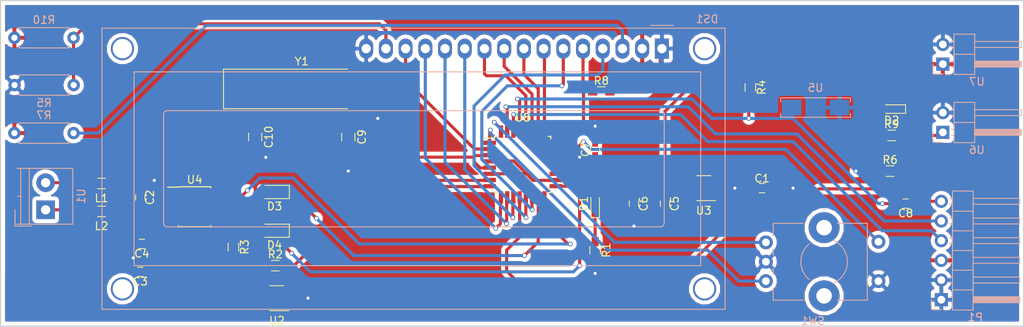
<source format=kicad_pcb>
(kicad_pcb (version 4) (host pcbnew 4.0.7)
  (layers (0 F.Cu signal) (31 B.Cu signal hide) (34 B.Paste user) (35 F.Paste user) (36 B.SilkS user) (37 F.SilkS user) (38 B.Mask user) (39 F.Mask user) (44 Edge.Cuts user))
  (net 0 "")
  (net 1 Vcc)
  (net 2 GND)
  (net 3 "Net-(C2-Pad1)")
  (net 4 "Net-(C2-Pad2)")
  (net 5 3.3V)
  (net 6 5V)
  (net 7 "Net-(C7-Pad1)")
  (net 8 DTR)
  (net 9 "Net-(C8-Pad2)")
  (net 10 "Net-(C9-Pad1)")
  (net 11 "Net-(C10-Pad1)")
  (net 12 "Net-(D1-Pad1)")
  (net 13 "Net-(D2-Pad2)")
  (net 14 "Net-(DS1-Pad3)")
  (net 15 MOSI)
  (net 16 D3)
  (net 17 MISO)
  (net 18 D7)
  (net 19 D6)
  (net 20 D5)
  (net 21 D4)
  (net 22 "Net-(DS1-Pad15)")
  (net 23 "Net-(L1-Pad2)")
  (net 24 "Net-(L2-Pad2)")
  (net 25 "Net-(D3-Pad2)")
  (net 26 "Net-(D4-Pad2)")
  (net 27 SSR)
  (net 28 A0)
  (net 29 "Net-(U3-Pad5)")
  (net 30 "Net-(U4-Pad8)")
  (net 31 D9)
  (net 32 D10)
  (net 33 A6)
  (net 34 A7)
  (net 35 A1)
  (net 36 A2)
  (net 37 A3)
  (net 38 A4)
  (net 39 A5)
  (net 40 RX1)
  (net 41 TX0)
  (net 42 D2)
  (net 43 "Net-(U2-Pad5)")
  (net 44 SCK)
  (module Capacitors_SMD:C_0603_HandSoldering (layer F.Cu) (at 184.5 111)
    (fp_text reference C1 (at 0 -1.25) (layer F.SilkS))
    (fp_text value 10μF)
    (pad 1 smd rect (at -0.95 0) (size 1.2 0.75) (layers F.Cu F.Paste F.Mask) (net 1 Vcc))
    (pad 2 smd rect (at 0.95 0) (size 1.2 0.75) (layers F.Cu F.Paste F.Mask) (net 2 GND))
  )
  (module Capacitors_SMD:C_0603_HandSoldering (layer F.Cu) (at 104.4 112.2 270)
    (fp_text reference C2 (at 0 -1.25 270) (layer F.SilkS))
    (fp_text value 10nF)
    (pad 1 smd rect (at -0.95 0 270) (size 1.2 0.75) (layers F.Cu F.Paste F.Mask) (net 3 "Net-(C2-Pad1)"))
    (pad 2 smd rect (at 0.95 0 270) (size 1.2 0.75) (layers F.Cu F.Paste F.Mask) (net 4 "Net-(C2-Pad2)"))
  )
  (module Capacitors_SMD:C_0603_HandSoldering (layer F.Cu) (at 104.4 121.8 180)
    (fp_text reference C3 (at 0 -1.25 180) (layer F.SilkS))
    (fp_text value 10μF)
    (pad 1 smd rect (at -0.95 0 180) (size 1.2 0.75) (layers F.Cu F.Paste F.Mask) (net 5 3.3V))
    (pad 2 smd rect (at 0.95 0 180) (size 1.2 0.75) (layers F.Cu F.Paste F.Mask) (net 2 GND))
  )
  (module Capacitors_SMD:C_0603_HandSoldering (layer F.Cu) (at 104.6 118.2 180)
    (fp_text reference C4 (at 0 -1.25 180) (layer F.SilkS))
    (fp_text value 10μF)
    (pad 1 smd rect (at -0.95 0 180) (size 1.2 0.75) (layers F.Cu F.Paste F.Mask) (net 5 3.3V))
    (pad 2 smd rect (at 0.95 0 180) (size 1.2 0.75) (layers F.Cu F.Paste F.Mask) (net 2 GND))
  )
  (module Capacitors_SMD:C_0603_HandSoldering (layer F.Cu) (at 172 113 270)
    (fp_text reference C5 (at 0 -1.25 270) (layer F.SilkS))
    (fp_text value 10μF)
    (pad 1 smd rect (at -0.95 0 270) (size 1.2 0.75) (layers F.Cu F.Paste F.Mask) (net 6 5V))
    (pad 2 smd rect (at 0.95 0 270) (size 1.2 0.75) (layers F.Cu F.Paste F.Mask) (net 2 GND))
  )
  (module Capacitors_SMD:C_0603_HandSoldering (layer F.Cu) (at 168 113 270)
    (fp_text reference C6 (at 0 -1.25 270) (layer F.SilkS))
    (fp_text value 0.1μF)
    (pad 1 smd rect (at -0.95 0 270) (size 1.2 0.75) (layers F.Cu F.Paste F.Mask) (net 6 5V))
    (pad 2 smd rect (at 0.95 0 270) (size 1.2 0.75) (layers F.Cu F.Paste F.Mask) (net 2 GND))
  )
  (module Capacitors_SMD:C_0603_HandSoldering (layer F.Cu) (at 163 106 90)
    (fp_text reference C7 (at 0 -1.25 90) (layer F.SilkS))
    (fp_text value 0.1μF)
    (pad 1 smd rect (at -0.95 0 90) (size 1.2 0.75) (layers F.Cu F.Paste F.Mask) (net 7 "Net-(C7-Pad1)"))
    (pad 2 smd rect (at 0.95 0 90) (size 1.2 0.75) (layers F.Cu F.Paste F.Mask) (net 2 GND))
  )
  (module Capacitors_SMD:C_0603_HandSoldering (layer F.Cu) (at 203 113 180)
    (fp_text reference C8 (at 0 -1.25 180) (layer F.SilkS))
    (fp_text value 0.1μF)
    (pad 1 smd rect (at -0.95 0 180) (size 1.2 0.75) (layers F.Cu F.Paste F.Mask) (net 8 DTR))
    (pad 2 smd rect (at 0.95 0 180) (size 1.2 0.75) (layers F.Cu F.Paste F.Mask) (net 9 "Net-(C8-Pad2)"))
  )
  (module Capacitors_SMD:C_0805_HandSoldering (layer F.Cu) (at 131.2 104.4 270)
    (fp_text reference C9 (at 0 -1.75 270) (layer F.SilkS))
    (fp_text value 18pF)
    (pad 1 smd rect (at -1.25 0 270) (size 1.5 1.25) (layers F.Cu F.Paste F.Mask) (net 10 "Net-(C9-Pad1)"))
    (pad 2 smd rect (at 1.25 0 270) (size 1.5 1.25) (layers F.Cu F.Paste F.Mask) (net 2 GND))
  )
  (module Capacitors_SMD:C_0805_HandSoldering (layer F.Cu) (at 119.2 104.4 270)
    (fp_text reference C10 (at 0 -1.75 270) (layer F.SilkS))
    (fp_text value 18pF)
    (pad 1 smd rect (at -1.25 0 270) (size 1.5 1.25) (layers F.Cu F.Paste F.Mask) (net 11 "Net-(C10-Pad1)"))
    (pad 2 smd rect (at 1.25 0 270) (size 1.5 1.25) (layers F.Cu F.Paste F.Mask) (net 2 GND))
  )
  (module LEDs:LED_0603_HandSoldering (layer F.Cu) (at 163 113 90)
    (fp_text reference D1 (at 0 -1.45 90) (layer F.SilkS))
    (fp_text value LED)
    (pad 1 smd rect (at -1.1 0 90) (size 1.2 0.9) (layers F.Cu F.Paste F.Mask) (net 12 "Net-(D1-Pad1)"))
    (pad 2 smd rect (at 1.1 0 90) (size 1.2 0.9) (layers F.Cu F.Paste F.Mask) (net 6 5V))
  )
  (module LEDs:LED_0603_HandSoldering (layer F.Cu) (at 201.2 100.8 180)
    (fp_text reference D2 (at 0 -1.45 180) (layer F.SilkS))
    (fp_text value LED)
    (pad 1 smd rect (at -1.1 0 180) (size 1.2 0.9) (layers F.Cu F.Paste F.Mask) (net 2 GND))
    (pad 2 smd rect (at 1.1 0 180) (size 1.2 0.9) (layers F.Cu F.Paste F.Mask) (net 13 "Net-(D2-Pad2)"))
  )
  (module Displays:WC1602A (layer B.Cu) (at 171.6 93 180)
    (fp_text reference DS1 (at -5.82 3.81 180) (layer B.SilkS) (effects (justify mirror)))
    (fp_text value WC1602A)
    (pad 1 thru_hole rect (at 0 0 180) (size 1.8 2.6) (drill 1.2) (layers *.Cu *.Mask) (net 2 GND))
    (pad 2 thru_hole oval (at 2.54 0 180) (size 1.8 2.6) (drill 1.2) (layers *.Cu *.Mask) (net 1 Vcc))
    (pad 3 thru_hole oval (at 5.08 0 180) (size 1.8 2.6) (drill 1.2) (layers *.Cu *.Mask) (net 14 "Net-(DS1-Pad3)"))
    (pad 4 thru_hole oval (at 7.62 0 180) (size 1.8 2.6) (drill 1.2) (layers *.Cu *.Mask) (net 31 D9))
    (pad 5 thru_hole oval (at 10.16 0 180) (size 1.8 2.6) (drill 1.2) (layers *.Cu *.Mask) (net 35 A1))
    (pad 6 thru_hole oval (at 12.7 0 180) (size 1.8 2.6) (drill 1.2) (layers *.Cu *.Mask) (net 32 D10))
    (pad 7 thru_hole oval (at 15.24 0 180) (size 1.8 2.6) (drill 1.2) (layers *.Cu *.Mask) (net 36 A2))
    (pad 8 thru_hole oval (at 17.78 0 180) (size 1.8 2.6) (drill 1.2) (layers *.Cu *.Mask) (net 37 A3))
    (pad 9 thru_hole oval (at 20.32 0 180) (size 1.8 2.6) (drill 1.2) (layers *.Cu *.Mask) (net 38 A4))
    (pad 10 thru_hole oval (at 22.86 0 180) (size 1.8 2.6) (drill 1.2) (layers *.Cu *.Mask) (net 39 A5))
    (pad 11 thru_hole oval (at 25.4 0 180) (size 1.8 2.6) (drill 1.2) (layers *.Cu *.Mask) (net 18 D7))
    (pad 12 thru_hole oval (at 27.94 0 180) (size 1.8 2.6) (drill 1.2) (layers *.Cu *.Mask) (net 19 D6))
    (pad 13 thru_hole oval (at 30.48 0 180) (size 1.8 2.6) (drill 1.2) (layers *.Cu *.Mask) (net 20 D5))
    (pad 14 thru_hole oval (at 33.02 0 180) (size 1.8 2.6) (drill 1.2) (layers *.Cu *.Mask) (net 21 D4))
    (pad 15 thru_hole oval (at 35.56 0 180) (size 1.8 2.6) (drill 1.2) (layers *.Cu *.Mask) (net 22 "Net-(DS1-Pad15)"))
    (pad 16 thru_hole oval (at 38.1 0 180) (size 1.8 2.6) (drill 1.2) (layers *.Cu *.Mask) (net 2 GND))
    (pad "" thru_hole circle (at -5.4991 0 180) (size 3 3) (drill 2.5) (layers *.Cu *.Mask))
    (pad "" thru_hole circle (at -5.4991 -31.0007 180) (size 3 3) (drill 2.5) (layers *.Cu *.Mask))
    (pad "" thru_hole circle (at 69.49948 -31.0007 180) (size 3 3) (drill 2.5) (layers *.Cu *.Mask))
    (pad "" thru_hole circle (at 69.5 0 180) (size 3 3) (drill 2.5) (layers *.Cu *.Mask))
  )
  (module Inductors_SMD:L_0603_HandSoldering (layer F.Cu) (at 99.4 110.4 180)
    (fp_text reference L1 (at 0 -1.9 180) (layer F.SilkS))
    (fp_text value Ferrite_Bead_Small)
    (pad 1 smd rect (at -1.1 0 180) (size 1.2 0.9) (layers F.Cu F.Paste F.Mask) (net 3 "Net-(C2-Pad1)"))
    (pad 2 smd rect (at 1.1 0 180) (size 1.2 0.9) (layers F.Cu F.Paste F.Mask) (net 23 "Net-(L1-Pad2)"))
  )
  (module Inductors_SMD:L_0603_HandSoldering (layer F.Cu) (at 99.4 114 180)
    (fp_text reference L2 (at 0 -1.9 180) (layer F.SilkS))
    (fp_text value Ferrite_Bead_Small)
    (pad 1 smd rect (at -1.1 0 180) (size 1.2 0.9) (layers F.Cu F.Paste F.Mask) (net 4 "Net-(C2-Pad2)"))
    (pad 2 smd rect (at 1.1 0 180) (size 1.2 0.9) (layers F.Cu F.Paste F.Mask) (net 24 "Net-(L2-Pad2)"))
  )
  (module Pin_Headers:Pin_Header_Angled_1x06_Pitch2.54mm (layer B.Cu) (at 207.6 125.4)
    (fp_text reference P1 (at 4.385 2.27) (layer B.SilkS) (effects (justify mirror)))
    (fp_text value CONN_01X06)
    (pad 1 thru_hole rect (at 0 0) (size 1.7 1.7) (drill 1) (layers *.Cu *.Mask) (net 2 GND))
    (pad 2 thru_hole oval (at 0 -2.54) (size 1.7 1.7) (drill 1) (layers *.Cu *.Mask) (net 2 GND))
    (pad 3 thru_hole oval (at 0 -5.08) (size 1.7 1.7) (drill 1) (layers *.Cu *.Mask) (net 1 Vcc))
    (pad 4 thru_hole oval (at 0 -7.62) (size 1.7 1.7) (drill 1) (layers *.Cu *.Mask) (net 40 RX1))
    (pad 5 thru_hole oval (at 0 -10.16) (size 1.7 1.7) (drill 1) (layers *.Cu *.Mask) (net 41 TX0))
    (pad 6 thru_hole oval (at 0 -12.7) (size 1.7 1.7) (drill 1) (layers *.Cu *.Mask) (net 8 DTR))
  )
  (module Resistors_SMD:R_0603_HandSoldering (layer F.Cu) (at 163 119 270)
    (fp_text reference R1 (at 0 -1.45 270) (layer F.SilkS))
    (fp_text value 10K)
    (pad 1 smd rect (at -1.1 0 270) (size 1.2 0.9) (layers F.Cu F.Paste F.Mask) (net 12 "Net-(D1-Pad1)"))
    (pad 2 smd rect (at 1.1 0 270) (size 1.2 0.9) (layers F.Cu F.Paste F.Mask) (net 2 GND))
  )
  (module Resistors_SMD:R_0603_HandSoldering (layer F.Cu) (at 121.8 121)
    (fp_text reference R2 (at 0 -1.45) (layer F.SilkS))
    (fp_text value 10K)
    (pad 1 smd rect (at -1.1 0) (size 1.2 0.9) (layers F.Cu F.Paste F.Mask) (net 5 3.3V))
    (pad 2 smd rect (at 1.1 0) (size 1.2 0.9) (layers F.Cu F.Paste F.Mask) (net 25 "Net-(D3-Pad2)"))
  )
  (module Resistors_SMD:R_0603_HandSoldering (layer F.Cu) (at 116.4 118.6 270)
    (fp_text reference R3 (at 0 -1.45 270) (layer F.SilkS))
    (fp_text value 10K)
    (pad 1 smd rect (at -1.1 0 270) (size 1.2 0.9) (layers F.Cu F.Paste F.Mask) (net 26 "Net-(D4-Pad2)"))
    (pad 2 smd rect (at 1.1 0 270) (size 1.2 0.9) (layers F.Cu F.Paste F.Mask) (net 5 3.3V))
  )
  (module Resistors_SMD:R_0603_HandSoldering (layer F.Cu) (at 183 98 270)
    (fp_text reference R4 (at 0 -1.45 270) (layer F.SilkS))
    (fp_text value 10K)
    (pad 1 smd rect (at -1.1 0 270) (size 1.2 0.9) (layers F.Cu F.Paste F.Mask) (net 6 5V))
    (pad 2 smd rect (at 1.1 0 270) (size 1.2 0.9) (layers F.Cu F.Paste F.Mask) (net 9 "Net-(C8-Pad2)"))
  )
  (module Resistors_THT:R_Axial_DIN0207_L6.3mm_D2.5mm_P7.62mm_Horizontal (layer B.Cu) (at 88.2 97.7)
    (fp_text reference R5 (at 3.81 2.31) (layer B.SilkS) (effects (justify mirror)))
    (fp_text value B)
    (pad 1 thru_hole circle (at 0 0) (size 1.6 1.6) (drill 0.8) (layers *.Cu *.Mask) (net 2 GND))
    (pad 2 thru_hole oval (at 7.62 0) (size 1.6 1.6) (drill 0.8) (layers *.Cu *.Mask) (net 22 "Net-(DS1-Pad15)"))
  )
  (module Resistors_SMD:R_0603_HandSoldering (layer F.Cu) (at 201 108.8)
    (fp_text reference R6 (at 0 -1.45) (layer F.SilkS))
    (fp_text value 10K)
    (pad 1 smd rect (at -1.1 0) (size 1.2 0.9) (layers F.Cu F.Paste F.Mask) (net 2 GND))
    (pad 2 smd rect (at 1.1 0) (size 1.2 0.9) (layers F.Cu F.Paste F.Mask) (net 27 SSR))
  )
  (module Resistors_THT:R_Axial_DIN0207_L6.3mm_D2.5mm_P7.62mm_Horizontal (layer B.Cu) (at 95.8 103.9 180)
    (fp_text reference R7 (at 3.81 2.31 180) (layer B.SilkS) (effects (justify mirror)))
    (fp_text value C)
    (pad 1 thru_hole circle (at 0 0 180) (size 1.6 1.6) (drill 0.8) (layers *.Cu *.Mask) (net 14 "Net-(DS1-Pad3)"))
    (pad 2 thru_hole oval (at 7.62 0 180) (size 1.6 1.6) (drill 0.8) (layers *.Cu *.Mask) (net 1 Vcc))
  )
  (module Resistors_SMD:R_0603_HandSoldering (layer F.Cu) (at 163.8 98.6)
    (fp_text reference R8 (at 0 -1.45) (layer F.SilkS))
    (fp_text value 10K)
    (pad 1 smd rect (at -1.1 0) (size 1.2 0.9) (layers F.Cu F.Paste F.Mask) (net 35 A1))
    (pad 2 smd rect (at 1.1 0) (size 1.2 0.9) (layers F.Cu F.Paste F.Mask) (net 2 GND))
  )
  (module Resistors_SMD:R_0603_HandSoldering (layer F.Cu) (at 201.2 104.2)
    (fp_text reference R9 (at 0 -1.45) (layer F.SilkS))
    (fp_text value 330)
    (pad 1 smd rect (at -1.1 0) (size 1.2 0.9) (layers F.Cu F.Paste F.Mask) (net 13 "Net-(D2-Pad2)"))
    (pad 2 smd rect (at 1.1 0) (size 1.2 0.9) (layers F.Cu F.Paste F.Mask) (net 27 SSR))
  )
  (module Resistors_THT:R_Axial_DIN0207_L6.3mm_D2.5mm_P7.62mm_Horizontal (layer B.Cu) (at 95.8 91.6 180)
    (fp_text reference R10 (at 3.81 2.31 180) (layer B.SilkS) (effects (justify mirror)))
    (fp_text value A)
    (pad 1 thru_hole circle (at 0 0 180) (size 1.6 1.6) (drill 0.8) (layers *.Cu *.Mask) (net 22 "Net-(DS1-Pad15)"))
    (pad 2 thru_hole oval (at 7.62 0 180) (size 1.6 1.6) (drill 0.8) (layers *.Cu *.Mask) (net 1 Vcc))
  )
  (module New_Iron_Components:En11_Encoder (layer B.Cu) (at 185 118)
    (fp_text reference SW1 (at 6.05 10.15) (layer B.SilkS) (effects (justify mirror)))
    (fp_text value Rotary_Encoder_Switch)
    (pad 5 thru_hole circle (at 14.5 5) (size 1.8 1.8) (drill 1) (layers *.Cu *.Mask) (net 2 GND))
    (pad 4 thru_hole circle (at 14.5 -0.08) (size 1.8 1.8) (drill 1) (layers *.Cu *.Mask) (net 28 A0))
    (pad 3 thru_hole circle (at 0 5) (size 1.8 1.8) (drill 1) (layers *.Cu *.Mask) (net 16 D3))
    (pad 2 thru_hole circle (at 0 2.5) (size 1.8 1.8) (drill 1) (layers *.Cu *.Mask) (net 2 GND))
    (pad 1 thru_hole circle (at 0 0) (size 1.8 1.8) (drill 1) (layers *.Cu *.Mask) (net 42 D2))
    (pad "" np_thru_hole circle (at 7.5 6.9) (size 4 4) (drill 2) (layers *.Cu *.Mask))
    (pad "" np_thru_hole circle (at 7.5 -1.9) (size 4 4) (drill 2) (layers *.Cu *.Mask))
  )
  (module TerminalBlock_4UCON:TerminalBlock_4UCON_19963_02x3.5mm_Straight (layer B.Cu) (at 92.2 113.8 90)
    (fp_text reference U1 (at 1.75 4.6 90) (layer B.SilkS) (effects (justify mirror)))
    (fp_text value TERM_BLOCK)
    (pad 1 thru_hole rect (at 0 0 90) (size 2.4 2.4) (drill 1.2) (layers *.Cu *.Mask) (net 24 "Net-(L2-Pad2)"))
    (pad 2 thru_hole circle (at 3.5 0 90) (size 2.4 2.4) (drill 1.2) (layers *.Cu *.Mask) (net 23 "Net-(L1-Pad2)"))
  )
  (module TO_SOT_Packages_SMD:SOT-23-5_HandSoldering (layer F.Cu) (at 122 125.2 180)
    (fp_text reference U2 (at 0 -2.9 180) (layer F.SilkS))
    (fp_text value LP2985)
    (pad 3 smd rect (at -1.35 -0.95 180) (size 1.56 0.65) (layers F.Cu F.Paste F.Mask) (net 1 Vcc))
    (pad 2 smd rect (at -1.35 0 180) (size 1.56 0.65) (layers F.Cu F.Paste F.Mask) (net 2 GND))
    (pad 1 smd rect (at -1.35 0.95 180) (size 1.56 0.65) (layers F.Cu F.Paste F.Mask) (net 1 Vcc))
    (pad 5 smd rect (at 1.35 0.95 180) (size 1.56 0.65) (layers F.Cu F.Paste F.Mask) (net 43 "Net-(U2-Pad5)"))
    (pad 4 smd rect (at 1.35 -0.95 180) (size 1.56 0.65) (layers F.Cu F.Paste F.Mask) (net 5 3.3V))
  )
  (module TO_SOT_Packages_SMD:SOT-23-5_HandSoldering (layer F.Cu) (at 177 111 180)
    (fp_text reference U3 (at 0 -2.9 180) (layer F.SilkS))
    (fp_text value MIC5205)
    (pad 1 smd rect (at -1.35 -0.95 180) (size 1.56 0.65) (layers F.Cu F.Paste F.Mask) (net 1 Vcc))
    (pad 2 smd rect (at -1.35 0 180) (size 1.56 0.65) (layers F.Cu F.Paste F.Mask) (net 2 GND))
    (pad 3 smd rect (at -1.35 0.95 180) (size 1.56 0.65) (layers F.Cu F.Paste F.Mask) (net 1 Vcc))
    (pad 4 smd rect (at 1.35 0.95 180) (size 1.56 0.65) (layers F.Cu F.Paste F.Mask) (net 29 "Net-(U3-Pad5)"))
    (pad 5 smd rect (at 1.35 -0.95 180) (size 1.56 0.65) (layers F.Cu F.Paste F.Mask) (net 6 5V))
  )
  (module New_Iron_Components:SOIC-8_3.9x4.9mm_Pitch1.27mm (layer F.Cu) (at 111.4 113.4)
    (fp_text reference U4 (at 0 -3.5) (layer F.SilkS))
    (fp_text value MAX31855)
    (pad 1 smd rect (at -2.7 -1.905) (size 1.55 0.6) (layers F.Cu F.Paste F.Mask) (net 2 GND))
    (pad 2 smd rect (at -2.7 -0.635) (size 1.55 0.6) (layers F.Cu F.Paste F.Mask) (net 3 "Net-(C2-Pad1)"))
    (pad 3 smd rect (at -2.7 0.635) (size 1.55 0.6) (layers F.Cu F.Paste F.Mask) (net 4 "Net-(C2-Pad2)"))
    (pad 4 smd rect (at -2.7 1.905) (size 1.55 0.6) (layers F.Cu F.Paste F.Mask) (net 5 3.3V))
    (pad 5 smd rect (at 2.7 1.905) (size 1.55 0.6) (layers F.Cu F.Paste F.Mask) (net 26 "Net-(D4-Pad2)"))
    (pad 6 smd rect (at 2.7 0.635) (size 1.55 0.6) (layers F.Cu F.Paste F.Mask) (net 25 "Net-(D3-Pad2)"))
    (pad 7 smd rect (at 2.7 -0.635) (size 1.55 0.6) (layers F.Cu F.Paste F.Mask) (net 17 MISO))
    (pad 8 smd rect (at 2.7 -1.905) (size 1.55 0.6) (layers F.Cu F.Paste F.Mask) (net 30 "Net-(U4-Pad8)"))
  )
  (module Buttons_Switches_SMD:SW_SPST_REED_CT05-XXXX-J1 (layer B.Cu) (at 191.4 100.6)
    (fp_text reference U5 (at 0 -2.54) (layer B.SilkS) (effects (justify mirror)))
    (fp_text value Button)
    (pad 2 smd rect (at 3.08 0) (size 2.5 2) (layers B.Cu B.Paste B.Mask) (net 2 GND))
    (pad 1 smd rect (at -3.08 0) (size 2.5 2) (layers B.Cu B.Paste B.Mask) (net 9 "Net-(C8-Pad2)"))
  )
  (module Pin_Headers:Pin_Header_Angled_1x02_Pitch2.54mm (layer B.Cu) (at 207.8 103.8)
    (fp_text reference U6 (at 4.385 2.27) (layer B.SilkS) (effects (justify mirror)))
    (fp_text value PLUG)
    (pad 1 thru_hole rect (at 0 0) (size 1.7 1.7) (drill 1) (layers *.Cu *.Mask) (net 27 SSR))
    (pad 2 thru_hole oval (at 0 -2.54) (size 1.7 1.7) (drill 1) (layers *.Cu *.Mask) (net 2 GND))
  )
  (module Pin_Headers:Pin_Header_Angled_1x02_Pitch2.54mm (layer B.Cu) (at 207.8 95)
    (fp_text reference U7 (at 4.385 2.27) (layer B.SilkS) (effects (justify mirror)))
    (fp_text value PLUG)
    (pad 1 thru_hole rect (at 0 0) (size 1.7 1.7) (drill 1) (layers *.Cu *.Mask) (net 1 Vcc))
    (pad 2 thru_hole oval (at 0 -2.54) (size 1.7 1.7) (drill 1) (layers *.Cu *.Mask) (net 2 GND))
  )
  (module Housings_QFP:TQFP-32_7x7mm_Pitch0.8mm (layer F.Cu) (at 153.67 107.95)
    (fp_text reference U8 (at 0 -6.05) (layer F.SilkS))
    (fp_text value ATMEGA328P-AU)
    (pad 1 smd rect (at -4.25 -2.8) (size 1.6 0.55) (layers F.Cu F.Paste F.Mask) (net 16 D3))
    (pad 2 smd rect (at -4.25 -2) (size 1.6 0.55) (layers F.Cu F.Paste F.Mask) (net 21 D4))
    (pad 3 smd rect (at -4.25 -1.2) (size 1.6 0.55) (layers F.Cu F.Paste F.Mask) (net 2 GND))
    (pad 4 smd rect (at -4.25 -0.4) (size 1.6 0.55) (layers F.Cu F.Paste F.Mask) (net 6 5V))
    (pad 5 smd rect (at -4.25 0.4) (size 1.6 0.55) (layers F.Cu F.Paste F.Mask) (net 2 GND))
    (pad 6 smd rect (at -4.25 1.2) (size 1.6 0.55) (layers F.Cu F.Paste F.Mask) (net 6 5V))
    (pad 7 smd rect (at -4.25 2) (size 1.6 0.55) (layers F.Cu F.Paste F.Mask) (net 10 "Net-(C9-Pad1)"))
    (pad 8 smd rect (at -4.25 2.8) (size 1.6 0.55) (layers F.Cu F.Paste F.Mask) (net 11 "Net-(C10-Pad1)"))
    (pad 9 smd rect (at -2.8 4.25 90) (size 1.6 0.55) (layers F.Cu F.Paste F.Mask) (net 20 D5))
    (pad 10 smd rect (at -2 4.25 90) (size 1.6 0.55) (layers F.Cu F.Paste F.Mask) (net 19 D6))
    (pad 11 smd rect (at -1.2 4.25 90) (size 1.6 0.55) (layers F.Cu F.Paste F.Mask) (net 18 D7))
    (pad 12 smd rect (at -0.4 4.25 90) (size 1.6 0.55) (layers F.Cu F.Paste F.Mask) (net 27 SSR))
    (pad 13 smd rect (at 0.4 4.25 90) (size 1.6 0.55) (layers F.Cu F.Paste F.Mask) (net 31 D9))
    (pad 14 smd rect (at 1.2 4.25 90) (size 1.6 0.55) (layers F.Cu F.Paste F.Mask) (net 32 D10))
    (pad 15 smd rect (at 2 4.25 90) (size 1.6 0.55) (layers F.Cu F.Paste F.Mask) (net 15 MOSI))
    (pad 16 smd rect (at 2.8 4.25 90) (size 1.6 0.55) (layers F.Cu F.Paste F.Mask) (net 17 MISO))
    (pad 17 smd rect (at 4.25 2.8) (size 1.6 0.55) (layers F.Cu F.Paste F.Mask) (net 44 SCK))
    (pad 18 smd rect (at 4.25 2) (size 1.6 0.55) (layers F.Cu F.Paste F.Mask) (net 6 5V))
    (pad 19 smd rect (at 4.25 1.2) (size 1.6 0.55) (layers F.Cu F.Paste F.Mask) (net 33 A6))
    (pad 20 smd rect (at 4.25 0.4) (size 1.6 0.55) (layers F.Cu F.Paste F.Mask) (net 7 "Net-(C7-Pad1)"))
    (pad 21 smd rect (at 4.25 -0.4) (size 1.6 0.55) (layers F.Cu F.Paste F.Mask) (net 2 GND))
    (pad 22 smd rect (at 4.25 -1.2) (size 1.6 0.55) (layers F.Cu F.Paste F.Mask) (net 34 A7))
    (pad 23 smd rect (at 4.25 -2) (size 1.6 0.55) (layers F.Cu F.Paste F.Mask) (net 28 A0))
    (pad 24 smd rect (at 4.25 -2.8) (size 1.6 0.55) (layers F.Cu F.Paste F.Mask) (net 35 A1))
    (pad 25 smd rect (at 2.8 -4.25 90) (size 1.6 0.55) (layers F.Cu F.Paste F.Mask) (net 36 A2))
    (pad 26 smd rect (at 2 -4.25 90) (size 1.6 0.55) (layers F.Cu F.Paste F.Mask) (net 37 A3))
    (pad 27 smd rect (at 1.2 -4.25 90) (size 1.6 0.55) (layers F.Cu F.Paste F.Mask) (net 38 A4))
    (pad 28 smd rect (at 0.4 -4.25 90) (size 1.6 0.55) (layers F.Cu F.Paste F.Mask) (net 39 A5))
    (pad 29 smd rect (at -0.4 -4.25 90) (size 1.6 0.55) (layers F.Cu F.Paste F.Mask) (net 9 "Net-(C8-Pad2)"))
    (pad 30 smd rect (at -1.2 -4.25 90) (size 1.6 0.55) (layers F.Cu F.Paste F.Mask) (net 40 RX1))
    (pad 31 smd rect (at -2 -4.25 90) (size 1.6 0.55) (layers F.Cu F.Paste F.Mask) (net 41 TX0))
    (pad 32 smd rect (at -2.8 -4.25 90) (size 1.6 0.55) (layers F.Cu F.Paste F.Mask) (net 42 D2))
  )
  (module Crystals:Crystal_SMD_HC49-SD_HandSoldering (layer F.Cu) (at 125.2 98.2)
    (fp_text reference Y1 (at 0 -3.55) (layer F.SilkS))
    (fp_text value Crystal)
    (pad 1 smd rect (at -5.9375 0) (size 7.875 2) (layers F.Cu F.Paste F.Mask) (net 11 "Net-(C10-Pad1)"))
    (pad 2 smd rect (at 5.9375 0) (size 7.875 2) (layers F.Cu F.Paste F.Mask) (net 10 "Net-(C9-Pad1)"))
  )
  (module Diodes_SMD:D_SOD-323_HandSoldering (layer F.Cu) (at 121.7 111.5 180)
    (fp_text reference D3 (at 0 -1.85 180) (layer F.SilkS))
    (fp_text value D)
    (pad 1 smd rect (at -1.25 0 180) (size 1 1) (layers F.Cu F.Paste F.Mask) (net 15 MOSI))
    (pad 2 smd rect (at 1.25 0 180) (size 1 1) (layers F.Cu F.Paste F.Mask) (net 25 "Net-(D3-Pad2)"))
  )
  (module Diodes_SMD:D_SOD-323_HandSoldering (layer F.Cu) (at 121.7 116.5 180)
    (fp_text reference D4 (at 0 -1.85 180) (layer F.SilkS))
    (fp_text value D)
    (pad 1 smd rect (at -1.25 0 180) (size 1 1) (layers F.Cu F.Paste F.Mask) (net 44 SCK))
    (pad 2 smd rect (at 1.25 0 180) (size 1 1) (layers F.Cu F.Paste F.Mask) (net 26 "Net-(D4-Pad2)"))
  )
  (gr_line (start 86.4 128.8) (end 86.4 127.2) (angle 90) (layer Edge.Cuts) (width 0.15))
  (gr_line (start 218.2 128.8) (end 86.4 128.8) (angle 90) (layer Edge.Cuts) (width 0.15))
  (gr_line (start 218.2 127.2) (end 218.2 128.8) (angle 90) (layer Edge.Cuts) (width 0.15))
  (gr_line (start 218.2 86.8) (end 218.2 88.2) (angle 90) (layer Edge.Cuts) (width 0.15))
  (gr_line (start 86.4 86.8) (end 218.2 86.8) (angle 90) (layer Edge.Cuts) (width 0.15))
  (gr_line (start 86.4 88.2) (end 86.4 86.8) (angle 90) (layer Edge.Cuts) (width 0.15))
  (gr_line (start 218.2 127.2) (end 218.2 88.2) (angle 90) (layer Edge.Cuts) (width 0.15))
  (gr_line (start 86.4 88.2) (end 86.4 127.2) (angle 90) (layer Edge.Cuts) (width 0.15))
  (segment (start 123.35 126.15) (end 123.4 126.2) (width 0.4) (layer F.Cu) (net 1))
  (segment (start 123.35 124.25) (end 123.4 124.2) (width 0.4) (layer F.Cu) (net 1))
  (segment (start 178.35 110.05) (end 182.6 110.05) (width 0.25) (layer F.Cu) (net 1))
  (segment (start 182.6 110.05) (end 183.55 111) (width 0.25) (layer F.Cu) (net 1))
  (segment (start 183.55 111) (end 183.5 111) (width 0.25) (layer F.Cu) (net 1))
  (segment (start 183.5 111) (end 182.55 111.95) (width 0.25) (layer F.Cu) (net 1))
  (segment (start 182.55 111.95) (end 178.35 111.95) (width 0.25) (layer F.Cu) (net 1))
  (segment (start 172 113.95) (end 172 115.3) (width 0.4) (layer F.Cu) (net 2))
  (via (at 168 115.9) (size 0.6) (drill 0.4) (layers F.Cu B.Cu) (net 2))
  (segment (start 168 115.9) (end 168 113.95) (width 0.4) (layer F.Cu) (net 2))
  (segment (start 171.4 115.9) (end 168 115.9) (width 0.4) (layer F.Cu) (net 2))
  (segment (start 172 115.3) (end 171.4 115.9) (width 0.4) (layer F.Cu) (net 2))
  (via (at 103.5 120) (size 0.6) (drill 0.4) (layers F.Cu B.Cu) (net 2))
  (segment (start 103.5 120) (end 103.65 120) (width 0.4) (layer F.Cu) (net 2))
  (segment (start 103.65 118.2) (end 103.65 120) (width 0.4) (layer F.Cu) (net 2))
  (segment (start 103.65 120) (end 103.65 121.6) (width 0.4) (layer F.Cu) (net 2))
  (segment (start 103.65 121.6) (end 103.45 121.8) (width 0.4) (layer F.Cu) (net 2))
  (segment (start 147.4 107) (end 140 107) (width 0.4) (layer F.Cu) (net 2))
  (via (at 135 102) (size 0.6) (drill 0.4) (layers F.Cu B.Cu) (net 2))
  (segment (start 140 107) (end 135 102) (width 0.4) (layer F.Cu) (net 2))
  (segment (start 171.6 93) (end 171.4 93.2) (width 0.4) (layer F.Cu) (net 2))
  (segment (start 171.4 93.2) (end 171.4 96.8) (width 0.4) (layer F.Cu) (net 2))
  (segment (start 164.9 98.6) (end 168.4 98.6) (width 0.4) (layer F.Cu) (net 2))
  (segment (start 169.6 98.6) (end 171.4 96.8) (width 0.4) (layer F.Cu) (net 2))
  (segment (start 168.4 98.6) (end 169.6 98.6) (width 0.4) (layer F.Cu) (net 2))
  (segment (start 147.4 107.6) (end 147.4 107) (width 0.4) (layer F.Cu) (net 2))
  (segment (start 147.4 107) (end 147.4 106.8) (width 0.4) (layer F.Cu) (net 2))
  (segment (start 149.37 106.8) (end 147.4 106.8) (width 0.4) (layer F.Cu) (net 2))
  (segment (start 148.2 108.4) (end 147.4 107.6) (width 0.4) (layer F.Cu) (net 2))
  (segment (start 148.2 108.4) (end 149.37 108.4) (width 0.4) (layer F.Cu) (net 2))
  (segment (start 149.42 108.35) (end 149.37 108.4) (width 0.4) (layer F.Cu) (net 2))
  (segment (start 149.42 106.75) (end 149.37 106.8) (width 0.4) (layer F.Cu) (net 2))
  (segment (start 199.9 108.8) (end 196.6 108.8) (width 0.4) (layer F.Cu) (net 2))
  (via (at 196.6 108.8) (size 0.6) (drill 0.4) (layers F.Cu B.Cu) (net 2))
  (segment (start 202.3 100.8) (end 202.76 101.26) (width 0.4) (layer F.Cu) (net 2))
  (segment (start 202.76 101.26) (end 207.8 101.26) (width 0.4) (layer F.Cu) (net 2))
  (via (at 120.575 107.025) (size 0.6) (drill 0.4) (layers F.Cu B.Cu) (net 2))
  (segment (start 120.575 107.025) (end 120.6 107) (width 0.4) (layer B.Cu) (net 2))
  (segment (start 119.2 105.65) (end 120.575 107.025) (width 0.4) (layer F.Cu) (net 2))
  (segment (start 123.35 125.2) (end 126 125.2) (width 0.4) (layer F.Cu) (net 2))
  (via (at 126 125.2) (size 0.6) (drill 0.4) (layers F.Cu B.Cu) (net 2))
  (segment (start 108.7 111.495) (end 107.205 110) (width 0.4) (layer F.Cu) (net 2))
  (via (at 106.2 110) (size 0.6) (drill 0.4) (layers F.Cu B.Cu) (net 2))
  (segment (start 107.205 110) (end 106.2 110) (width 0.4) (layer F.Cu) (net 2))
  (segment (start 119.2 105.65) (end 119 105.85) (width 0.25) (layer F.Cu) (net 2))
  (segment (start 131.2 105.65) (end 131.2 108.8) (width 0.4) (layer F.Cu) (net 2))
  (via (at 131.2 108.8) (size 0.6) (drill 0.4) (layers F.Cu B.Cu) (net 2))
  (segment (start 157.92 107.55) (end 160.45 107.55) (width 0.25) (layer F.Cu) (net 2))
  (via (at 161 107) (size 0.6) (drill 0.4) (layers F.Cu B.Cu) (net 2))
  (segment (start 160.45 107.55) (end 161 107) (width 0.25) (layer F.Cu) (net 2))
  (segment (start 185.45 111) (end 188.5 111) (width 0.25) (layer F.Cu) (net 2))
  (via (at 188.5 111) (size 0.6) (drill 0.4) (layers F.Cu B.Cu) (net 2))
  (segment (start 178.35 111) (end 181 111) (width 0.25) (layer F.Cu) (net 2))
  (via (at 181 111) (size 0.6) (drill 0.4) (layers F.Cu B.Cu) (net 2))
  (segment (start 163 105.05) (end 163 103) (width 0.25) (layer F.Cu) (net 2))
  (via (at 163 103) (size 0.6) (drill 0.4) (layers F.Cu B.Cu) (net 2))
  (segment (start 163 120.1) (end 163 122) (width 0.4) (layer F.Cu) (net 2))
  (via (at 163 122) (size 0.6) (drill 0.4) (layers F.Cu B.Cu) (net 2))
  (segment (start 108.7 112.765) (end 108.665 112.8) (width 0.4) (layer F.Cu) (net 3))
  (segment (start 108.665 112.8) (end 107.2 112.8) (width 0.4) (layer F.Cu) (net 3))
  (segment (start 105.6 111.4) (end 105.8 111.4) (width 0.4) (layer F.Cu) (net 3))
  (segment (start 105.8 111.4) (end 107.2 112.8) (width 0.4) (layer F.Cu) (net 3))
  (segment (start 104.55 111.4) (end 105.6 111.4) (width 0.4) (layer F.Cu) (net 3))
  (segment (start 104.4 111.25) (end 104.55 111.4) (width 0.4) (layer F.Cu) (net 3))
  (segment (start 104.4 111.25) (end 103.55 110.4) (width 0.4) (layer F.Cu) (net 3))
  (segment (start 103.55 110.4) (end 100.5 110.4) (width 0.4) (layer F.Cu) (net 3))
  (segment (start 108.7 114.035) (end 108.665 114) (width 0.4) (layer F.Cu) (net 4))
  (segment (start 108.665 114) (end 105.25 114) (width 0.4) (layer F.Cu) (net 4))
  (segment (start 105.25 114) (end 104.4 113.15) (width 0.4) (layer F.Cu) (net 4))
  (segment (start 104.4 113.15) (end 103.55 114) (width 0.4) (layer F.Cu) (net 4))
  (segment (start 103.55 114) (end 100.5 114) (width 0.4) (layer F.Cu) (net 4))
  (segment (start 104.75 112.8) (end 104.4 113.15) (width 0.25) (layer F.Cu) (net 4))
  (segment (start 116.4 119.7) (end 119.4 119.7) (width 0.4) (layer F.Cu) (net 5))
  (segment (start 119.4 119.7) (end 120.7 121) (width 0.4) (layer F.Cu) (net 5))
  (segment (start 105.55 118.2) (end 112 118.2) (width 0.4) (layer F.Cu) (net 5))
  (segment (start 113.5 119.7) (end 116.4 119.7) (width 0.4) (layer F.Cu) (net 5))
  (segment (start 112 118.2) (end 113.5 119.7) (width 0.4) (layer F.Cu) (net 5))
  (segment (start 105.35 121.8) (end 109.7 126.15) (width 0.4) (layer F.Cu) (net 5))
  (segment (start 109.7 126.15) (end 120.65 126.15) (width 0.4) (layer F.Cu) (net 5))
  (segment (start 105.55 118.2) (end 105.35 118.4) (width 0.4) (layer F.Cu) (net 5))
  (segment (start 105.35 118.4) (end 105.35 121.8) (width 0.4) (layer F.Cu) (net 5))
  (segment (start 108.7 115.305) (end 105.805 118.2) (width 0.4) (layer F.Cu) (net 5))
  (segment (start 105.805 118.2) (end 105.55 118.2) (width 0.4) (layer F.Cu) (net 5))
  (segment (start 172 112.05) (end 172 101.1) (width 0.4) (layer F.Cu) (net 6))
  (segment (start 176.2 96.9) (end 183 96.9) (width 0.4) (layer F.Cu) (net 6))
  (segment (start 172 101.1) (end 176.2 96.9) (width 0.4) (layer F.Cu) (net 6))
  (segment (start 175.65 111.95) (end 172.95 111.95) (width 0.4) (layer F.Cu) (net 6))
  (segment (start 172.95 111.95) (end 172 111) (width 0.4) (layer F.Cu) (net 6))
  (segment (start 155 110) (end 154.15 109.15) (width 0.4) (layer F.Cu) (net 6))
  (segment (start 154.15 109.15) (end 149.42 109.15) (width 0.4) (layer F.Cu) (net 6))
  (segment (start 149.42 107.55) (end 149.47 107.5) (width 0.25) (layer F.Cu) (net 6))
  (segment (start 149.47 107.5) (end 152.5 107.5) (width 0.4) (layer F.Cu) (net 6))
  (segment (start 152.5 107.5) (end 155 110) (width 0.4) (layer F.Cu) (net 6))
  (segment (start 155 110) (end 157.87 110) (width 0.4) (layer F.Cu) (net 6))
  (segment (start 157.87 110) (end 157.92 109.95) (width 0.25) (layer F.Cu) (net 6))
  (segment (start 163 111.9) (end 163 111) (width 0.25) (layer F.Cu) (net 6))
  (segment (start 163 111) (end 161.95 109.95) (width 0.4) (layer F.Cu) (net 6))
  (segment (start 161.95 109.95) (end 157.92 109.95) (width 0.4) (layer F.Cu) (net 6))
  (segment (start 168 112.05) (end 168 111) (width 0.25) (layer F.Cu) (net 6))
  (segment (start 168 111) (end 167 110) (width 0.4) (layer F.Cu) (net 6))
  (segment (start 167 110) (end 164 110) (width 0.4) (layer F.Cu) (net 6))
  (segment (start 164 110) (end 163 111) (width 0.4) (layer F.Cu) (net 6))
  (segment (start 172 111) (end 171 110) (width 0.4) (layer F.Cu) (net 6))
  (segment (start 171 110) (end 169 110) (width 0.4) (layer F.Cu) (net 6))
  (segment (start 169 110) (end 168 111) (width 0.4) (layer F.Cu) (net 6))
  (segment (start 172 111) (end 172 112.05) (width 0.25) (layer F.Cu) (net 6))
  (segment (start 157.92 108.35) (end 161.6 108.35) (width 0.25) (layer F.Cu) (net 7))
  (segment (start 161.6 108.35) (end 163 106.95) (width 0.25) (layer F.Cu) (net 7))
  (segment (start 207.6 112.7) (end 204.25 112.7) (width 0.4) (layer F.Cu) (net 8))
  (segment (start 204.25 112.7) (end 203.95 113) (width 0.4) (layer F.Cu) (net 8))
  (segment (start 188.45 101.95) (end 188.45 100.73) (width 0.4) (layer B.Cu) (net 9))
  (segment (start 188.45 100.73) (end 188.32 100.6) (width 0.4) (layer B.Cu) (net 9))
  (segment (start 187.16 101.76) (end 188.26 101.76) (width 0.4) (layer B.Cu) (net 9))
  (segment (start 188.26 101.76) (end 188.45 101.95) (width 0.4) (layer B.Cu) (net 9))
  (segment (start 188.45 101.95) (end 188.7 102.2) (width 0.4) (layer B.Cu) (net 9))
  (segment (start 189.5 103) (end 188.7 102.2) (width 0.4) (layer B.Cu) (net 9))
  (segment (start 200 113) (end 199.5 113) (width 0.4) (layer B.Cu) (net 9))
  (segment (start 197.5 111) (end 189.5 103) (width 0.4) (layer B.Cu) (net 9))
  (via (at 200 113) (size 0.6) (drill 0.4) (layers F.Cu B.Cu) (net 9))
  (segment (start 202.05 113) (end 200 113) (width 0.4) (layer F.Cu) (net 9))
  (segment (start 199.5 113) (end 197.5 111) (width 0.4) (layer B.Cu) (net 9))
  (segment (start 188.7 102.2) (end 188.5 102) (width 0.4) (layer B.Cu) (net 9))
  (segment (start 178 102) (end 175.5 99.5) (width 0.4) (layer B.Cu) (net 9))
  (segment (start 175.5 99.5) (end 153 99.5) (width 0.4) (layer B.Cu) (net 9))
  (via (at 153 99.5) (size 0.6) (drill 0.4) (layers F.Cu B.Cu) (net 9))
  (segment (start 153 99.5) (end 153.27 99.73) (width 0.4) (layer F.Cu) (net 9))
  (segment (start 153.27 103.7) (end 153.27 99.73) (width 0.4) (layer F.Cu) (net 9))
  (segment (start 188.5 102) (end 178 102) (width 0.4) (layer B.Cu) (net 9))
  (segment (start 183 99.1) (end 182.8 99.3) (width 0.4) (layer F.Cu) (net 9))
  (segment (start 182.8 99.3) (end 182.8 102) (width 0.4) (layer F.Cu) (net 9))
  (via (at 182.8 102) (size 0.6) (drill 0.4) (layers F.Cu B.Cu) (net 9))
  (segment (start 188.32 100.6) (end 187.16 101.76) (width 0.4) (layer B.Cu) (net 9))
  (segment (start 187.16 101.76) (end 186.92 102) (width 0.4) (layer B.Cu) (net 9))
  (segment (start 186.92 102) (end 182.8 102) (width 0.4) (layer B.Cu) (net 9))
  (segment (start 149.42 109.95) (end 149.37 110) (width 0.25) (layer F.Cu) (net 10))
  (segment (start 149.37 110) (end 139.8 110) (width 0.4) (layer F.Cu) (net 10))
  (segment (start 131.25 103.2) (end 133 103.2) (width 0.4) (layer F.Cu) (net 10))
  (segment (start 133 103.2) (end 139.8 110) (width 0.4) (layer F.Cu) (net 10))
  (segment (start 131.2 103.15) (end 131.25 103.2) (width 0.25) (layer F.Cu) (net 10))
  (segment (start 131.2 103.15) (end 131.1375 103.0875) (width 0.25) (layer F.Cu) (net 10))
  (segment (start 131.1375 103.0875) (end 131.1375 98.2) (width 0.4) (layer F.Cu) (net 10))
  (segment (start 149.42 110.75) (end 149.37 110.8) (width 0.25) (layer F.Cu) (net 11))
  (segment (start 149.37 110.8) (end 130.4 110.8) (width 0.4) (layer F.Cu) (net 11))
  (segment (start 122.2 103.2) (end 122.8 103.2) (width 0.4) (layer F.Cu) (net 11))
  (segment (start 122.8 103.2) (end 130 110.4) (width 0.4) (layer F.Cu) (net 11))
  (segment (start 119.25 103.2) (end 122.2 103.2) (width 0.4) (layer F.Cu) (net 11))
  (segment (start 130.4 110.8) (end 130 110.4) (width 0.4) (layer F.Cu) (net 11))
  (segment (start 119.2 103.15) (end 119.25 103.2) (width 0.25) (layer F.Cu) (net 11))
  (segment (start 119.2 103.15) (end 119.2625 103.0875) (width 0.25) (layer F.Cu) (net 11))
  (segment (start 119.2625 103.0875) (end 119.2625 98.2) (width 0.4) (layer F.Cu) (net 11))
  (segment (start 163 114.1) (end 163 117.9) (width 0.4) (layer F.Cu) (net 12))
  (segment (start 200.1 104.2) (end 200.1 100.8) (width 0.4) (layer F.Cu) (net 13))
  (segment (start 95.8 103.9) (end 99 103.9) (width 0.4) (layer B.Cu) (net 14))
  (segment (start 166.52 90.72) (end 166.52 93) (width 0.4) (layer B.Cu) (net 14))
  (segment (start 165.8 90) (end 166.52 90.72) (width 0.4) (layer B.Cu) (net 14))
  (segment (start 112.9 90) (end 165.8 90) (width 0.4) (layer B.Cu) (net 14))
  (segment (start 99 103.9) (end 112.9 90) (width 0.4) (layer B.Cu) (net 14))
  (segment (start 122.95 111.5) (end 123.7 111.5) (width 0.4) (layer F.Cu) (net 15))
  (segment (start 155.67 117.93) (end 155.67 112.2) (width 0.4) (layer F.Cu) (net 15))
  (segment (start 153.9 119.7) (end 155.67 117.93) (width 0.4) (layer F.Cu) (net 15))
  (via (at 153.9 119.7) (size 0.6) (drill 0.4) (layers F.Cu B.Cu) (net 15))
  (segment (start 131.9 119.7) (end 153.9 119.7) (width 0.4) (layer B.Cu) (net 15))
  (segment (start 127.1 114.9) (end 131.9 119.7) (width 0.4) (layer B.Cu) (net 15))
  (via (at 127.1 114.9) (size 0.6) (drill 0.4) (layers F.Cu B.Cu) (net 15))
  (segment (start 123.7 111.5) (end 127.1 114.9) (width 0.4) (layer F.Cu) (net 15))
  (segment (start 155.67 112.2) (end 155.6 112.27) (width 0.4) (layer F.Cu) (net 15))
  (segment (start 185 123) (end 181.5 123) (width 0.4) (layer B.Cu) (net 16))
  (segment (start 149.42 103.58) (end 149.42 105.15) (width 0.4) (layer F.Cu) (net 16))
  (segment (start 149.5 103.5) (end 149.42 103.58) (width 0.4) (layer F.Cu) (net 16))
  (via (at 149.5 103.5) (size 0.6) (drill 0.4) (layers F.Cu B.Cu) (net 16))
  (segment (start 149.5 103.899998) (end 149.5 103.5) (width 0.4) (layer B.Cu) (net 16))
  (segment (start 164.600002 119) (end 149.5 103.899998) (width 0.4) (layer B.Cu) (net 16))
  (segment (start 177.5 119) (end 164.600002 119) (width 0.4) (layer B.Cu) (net 16))
  (segment (start 181.5 123) (end 177.5 119) (width 0.4) (layer B.Cu) (net 16))
  (segment (start 149.42 105.15) (end 149.37 105.2) (width 0.4) (layer F.Cu) (net 16))
  (segment (start 159.8 118.2) (end 159.5 118.2) (width 0.4) (layer F.Cu) (net 17))
  (segment (start 116.735 112.765) (end 118.2 111.3) (width 0.4) (layer F.Cu) (net 17))
  (via (at 118.2 111.3) (size 0.6) (drill 0.4) (layers F.Cu B.Cu) (net 17))
  (segment (start 118.2 111.3) (end 119.8 109.7) (width 0.4) (layer B.Cu) (net 17))
  (segment (start 119.8 109.7) (end 124.1 109.7) (width 0.4) (layer B.Cu) (net 17))
  (segment (start 124.1 109.7) (end 132.6 118.2) (width 0.4) (layer B.Cu) (net 17))
  (segment (start 132.6 118.2) (end 153.7 118.2) (width 0.4) (layer B.Cu) (net 17))
  (segment (start 153.7 118.2) (end 159.8 118.2) (width 0.4) (layer B.Cu) (net 17))
  (via (at 159.8 118.2) (size 0.6) (drill 0.4) (layers F.Cu B.Cu) (net 17))
  (segment (start 114.1 112.765) (end 116.735 112.765) (width 0.4) (layer F.Cu) (net 17))
  (segment (start 156.47 115.17) (end 156.47 112.2) (width 0.4) (layer F.Cu) (net 17))
  (segment (start 159.5 118.2) (end 156.47 115.17) (width 0.4) (layer F.Cu) (net 17))
  (segment (start 156.47 112.2) (end 156.6 112.33) (width 0.4) (layer F.Cu) (net 17))
  (segment (start 114.1 112.765) (end 114.135 112.8) (width 0.4) (layer F.Cu) (net 17))
  (segment (start 152.4 114.8) (end 146.2 108.6) (width 0.4) (layer B.Cu) (net 18))
  (via (at 152.4 114.8) (size 0.6) (drill 0.4) (layers F.Cu B.Cu) (net 18))
  (segment (start 152.4 112.27) (end 152.4 114.8) (width 0.4) (layer F.Cu) (net 18))
  (segment (start 146.2 108.6) (end 146.2 93) (width 0.4) (layer B.Cu) (net 18))
  (segment (start 152.47 112.2) (end 152.4 112.27) (width 0.4) (layer F.Cu) (net 18))
  (segment (start 151.6 115.6) (end 143.66 107.66) (width 0.4) (layer B.Cu) (net 19))
  (via (at 151.6 115.6) (size 0.6) (drill 0.4) (layers F.Cu B.Cu) (net 19))
  (segment (start 151.6 112.27) (end 151.6 115.6) (width 0.4) (layer F.Cu) (net 19))
  (segment (start 143.66 107.66) (end 143.66 93) (width 0.4) (layer B.Cu) (net 19))
  (segment (start 151.67 112.2) (end 151.6 112.27) (width 0.4) (layer F.Cu) (net 19))
  (segment (start 143.8 93.14) (end 143.66 93) (width 0.4) (layer B.Cu) (net 19))
  (segment (start 150.2 116.2) (end 141.12 107.12) (width 0.4) (layer B.Cu) (net 20))
  (segment (start 150.8 115.6) (end 150.2 116.2) (width 0.4) (layer F.Cu) (net 20))
  (via (at 150.2 116.2) (size 0.6) (drill 0.4) (layers F.Cu B.Cu) (net 20))
  (segment (start 150.8 112.27) (end 150.8 115.6) (width 0.4) (layer F.Cu) (net 20))
  (segment (start 141.12 107.12) (end 141.12 93) (width 0.4) (layer B.Cu) (net 20))
  (segment (start 150.87 112.2) (end 150.8 112.27) (width 0.4) (layer F.Cu) (net 20))
  (segment (start 149.42 105.95) (end 147.45 105.95) (width 0.4) (layer F.Cu) (net 21))
  (segment (start 138.58 97.08) (end 138.58 93) (width 0.4) (layer F.Cu) (net 21))
  (segment (start 147.45 105.95) (end 138.58 97.08) (width 0.4) (layer F.Cu) (net 21))
  (segment (start 95.8 91.6) (end 95.8 97.68) (width 0.4) (layer F.Cu) (net 22))
  (segment (start 95.8 97.68) (end 95.82 97.7) (width 0.4) (layer F.Cu) (net 22))
  (segment (start 95.82 91.62) (end 95.8 91.6) (width 0.4) (layer B.Cu) (net 22))
  (segment (start 95.8 97.8) (end 96 97.6) (width 0.4) (layer F.Cu) (net 22))
  (segment (start 95.8 91.6) (end 97.6 89.8) (width 0.4) (layer F.Cu) (net 22))
  (segment (start 136.04 90.64) (end 136.04 93) (width 0.4) (layer F.Cu) (net 22))
  (segment (start 135.2 89.8) (end 136.04 90.64) (width 0.4) (layer F.Cu) (net 22))
  (segment (start 97.6 89.8) (end 135.2 89.8) (width 0.4) (layer F.Cu) (net 22))
  (segment (start 98.3 110.4) (end 98.2 110.3) (width 0.4) (layer F.Cu) (net 23))
  (segment (start 98.2 110.3) (end 92.2 110.3) (width 0.4) (layer F.Cu) (net 23))
  (segment (start 98.3 114) (end 98.1 113.8) (width 0.4) (layer F.Cu) (net 24))
  (segment (start 98.1 113.8) (end 92.2 113.8) (width 0.4) (layer F.Cu) (net 24))
  (segment (start 122.9 121) (end 124.2 121) (width 0.4) (layer F.Cu) (net 25))
  (segment (start 123.05 114.1) (end 120.45 111.5) (width 0.4) (layer F.Cu) (net 25))
  (segment (start 124.4 114.1) (end 123.05 114.1) (width 0.4) (layer F.Cu) (net 25))
  (segment (start 125.6 115.3) (end 124.4 114.1) (width 0.4) (layer F.Cu) (net 25))
  (segment (start 125.6 119.6) (end 125.6 115.3) (width 0.4) (layer F.Cu) (net 25))
  (segment (start 124.2 121) (end 125.6 119.6) (width 0.4) (layer F.Cu) (net 25))
  (segment (start 114.1 114.035) (end 117.915 114.035) (width 0.4) (layer F.Cu) (net 25))
  (segment (start 117.915 114.035) (end 120.45 111.5) (width 0.4) (layer F.Cu) (net 25))
  (segment (start 120.6 111.1) (end 120.55 111.15) (width 0.4) (layer F.Cu) (net 25))
  (segment (start 114.1 114.035) (end 114.135 114) (width 0.4) (layer F.Cu) (net 25))
  (segment (start 116.4 117.5) (end 119.45 117.5) (width 0.4) (layer F.Cu) (net 26))
  (segment (start 119.45 117.5) (end 120.45 116.5) (width 0.4) (layer F.Cu) (net 26))
  (segment (start 114.1 115.305) (end 116.295 117.5) (width 0.4) (layer F.Cu) (net 26))
  (segment (start 116.295 117.5) (end 116.4 117.5) (width 0.4) (layer F.Cu) (net 26))
  (segment (start 114.1 115.305) (end 114.195 115.4) (width 0.4) (layer F.Cu) (net 26))
  (segment (start 153.27 112.2) (end 153.27 117.33) (width 0.4) (layer F.Cu) (net 27))
  (segment (start 202.1 110.9) (end 202.1 108.8) (width 0.4) (layer F.Cu) (net 27))
  (segment (start 201.9 111.1) (end 202.1 110.9) (width 0.4) (layer F.Cu) (net 27))
  (segment (start 191.8 111.1) (end 201.9 111.1) (width 0.4) (layer F.Cu) (net 27))
  (segment (start 188.7 114.2) (end 191.8 111.1) (width 0.4) (layer F.Cu) (net 27))
  (segment (start 181.8 114.2) (end 188.7 114.2) (width 0.4) (layer F.Cu) (net 27))
  (segment (start 172.4 123.6) (end 181.8 114.2) (width 0.4) (layer F.Cu) (net 27))
  (segment (start 153.5 123.6) (end 172.4 123.6) (width 0.4) (layer F.Cu) (net 27))
  (segment (start 151.6 121.7) (end 153.5 123.6) (width 0.4) (layer F.Cu) (net 27))
  (segment (start 151.6 119) (end 151.6 121.7) (width 0.4) (layer F.Cu) (net 27))
  (segment (start 153.27 117.33) (end 151.6 119) (width 0.4) (layer F.Cu) (net 27))
  (segment (start 202.3 104.2) (end 202.1 104.4) (width 0.4) (layer F.Cu) (net 27))
  (segment (start 202.1 104.4) (end 202.1 108.8) (width 0.4) (layer F.Cu) (net 27))
  (segment (start 207.8 103.8) (end 207.4 104.2) (width 0.4) (layer F.Cu) (net 27))
  (segment (start 207.4 104.2) (end 202.3 104.2) (width 0.4) (layer F.Cu) (net 27))
  (segment (start 157.92 105.95) (end 160.55 105.95) (width 0.4) (layer F.Cu) (net 28))
  (segment (start 187.58 106) (end 199.5 117.92) (width 0.4) (layer B.Cu) (net 28))
  (segment (start 162.5 106) (end 187.58 106) (width 0.4) (layer B.Cu) (net 28))
  (segment (start 161.5 105) (end 162.5 106) (width 0.4) (layer B.Cu) (net 28))
  (via (at 161.5 105) (size 0.6) (drill 0.4) (layers F.Cu B.Cu) (net 28))
  (segment (start 160.55 105.95) (end 161.5 105) (width 0.4) (layer F.Cu) (net 28))
  (segment (start 154.07 112.2) (end 154.07 114.77) (width 0.4) (layer F.Cu) (net 31))
  (segment (start 163.98 95.82) (end 163.98 93) (width 0.4) (layer B.Cu) (net 31))
  (segment (start 163.4 96.4) (end 163.98 95.82) (width 0.4) (layer B.Cu) (net 31))
  (segment (start 151.4 96.4) (end 163.4 96.4) (width 0.4) (layer B.Cu) (net 31))
  (segment (start 147.4 100.4) (end 151.4 96.4) (width 0.4) (layer B.Cu) (net 31))
  (segment (start 147.4 108.1) (end 147.4 100.4) (width 0.4) (layer B.Cu) (net 31))
  (segment (start 154.1 114.8) (end 147.4 108.1) (width 0.4) (layer B.Cu) (net 31))
  (via (at 154.1 114.8) (size 0.6) (drill 0.4) (layers F.Cu B.Cu) (net 31))
  (segment (start 154.07 114.77) (end 154.1 114.8) (width 0.4) (layer F.Cu) (net 31))
  (segment (start 154.07 112.2) (end 154 112.27) (width 0.4) (layer F.Cu) (net 31))
  (segment (start 154.87 112.2) (end 154.87 113.77) (width 0.4) (layer F.Cu) (net 32))
  (segment (start 158.9 97.6) (end 158.9 93) (width 0.4) (layer F.Cu) (net 32))
  (segment (start 158.7 97.8) (end 158.9 97.6) (width 0.4) (layer F.Cu) (net 32))
  (via (at 158.7 97.8) (size 0.6) (drill 0.4) (layers F.Cu B.Cu) (net 32))
  (segment (start 151.7 97.8) (end 158.7 97.8) (width 0.4) (layer B.Cu) (net 32))
  (segment (start 148.4 101.1) (end 151.7 97.8) (width 0.4) (layer B.Cu) (net 32))
  (segment (start 148.4 107.3) (end 148.4 101.1) (width 0.4) (layer B.Cu) (net 32))
  (segment (start 154.9 113.8) (end 148.4 107.3) (width 0.4) (layer B.Cu) (net 32))
  (via (at 154.9 113.8) (size 0.6) (drill 0.4) (layers F.Cu B.Cu) (net 32))
  (segment (start 154.87 113.77) (end 154.9 113.8) (width 0.4) (layer F.Cu) (net 32))
  (segment (start 158.9 93) (end 158.9 94.1) (width 0.4) (layer B.Cu) (net 32))
  (segment (start 154.87 112.2) (end 154.8 112.27) (width 0.4) (layer F.Cu) (net 32))
  (segment (start 157.92 105.15) (end 159.85 105.15) (width 0.4) (layer F.Cu) (net 35))
  (segment (start 161.5 103.5) (end 161.5 97.4) (width 0.4) (layer F.Cu) (net 35))
  (segment (start 159.85 105.15) (end 161.5 103.5) (width 0.4) (layer F.Cu) (net 35))
  (segment (start 162.7 98.6) (end 161.5 97.4) (width 0.4) (layer F.Cu) (net 35))
  (segment (start 161.5 97.4) (end 161.44 97.34) (width 0.4) (layer F.Cu) (net 35))
  (segment (start 161.44 97.34) (end 161.44 93) (width 0.4) (layer F.Cu) (net 35))
  (segment (start 156.47 103.7) (end 156.47 93.11) (width 0.4) (layer F.Cu) (net 36))
  (segment (start 156.47 93.11) (end 156.36 93) (width 0.4) (layer F.Cu) (net 36))
  (segment (start 155.67 103.7) (end 155.67 98.17) (width 0.4) (layer F.Cu) (net 37))
  (segment (start 153.82 96.32) (end 153.82 93) (width 0.4) (layer F.Cu) (net 37))
  (segment (start 155.67 98.17) (end 153.82 96.32) (width 0.4) (layer F.Cu) (net 37))
  (segment (start 154.87 103.7) (end 154.87 98.87) (width 0.4) (layer F.Cu) (net 38))
  (segment (start 151.28 95.28) (end 151.28 93) (width 0.4) (layer F.Cu) (net 38))
  (segment (start 154.87 98.87) (end 151.28 95.28) (width 0.4) (layer F.Cu) (net 38))
  (segment (start 154.07 103.7) (end 154.07 99.07) (width 0.4) (layer F.Cu) (net 39))
  (segment (start 148.74 96.24) (end 148.74 93) (width 0.4) (layer F.Cu) (net 39))
  (segment (start 149 96.5) (end 148.74 96.24) (width 0.4) (layer F.Cu) (net 39))
  (segment (start 151.5 96.5) (end 149 96.5) (width 0.4) (layer F.Cu) (net 39))
  (segment (start 154.07 99.07) (end 151.5 96.5) (width 0.4) (layer F.Cu) (net 39))
  (segment (start 152.47 103.7) (end 152.47 101.53) (width 0.4) (layer F.Cu) (net 40))
  (segment (start 206.32 116.5) (end 207.6 117.78) (width 0.4) (layer B.Cu) (net 40))
  (segment (start 200 116.5) (end 206.32 116.5) (width 0.4) (layer B.Cu) (net 40))
  (segment (start 188.5 105) (end 200 116.5) (width 0.4) (layer B.Cu) (net 40))
  (segment (start 177.5 105) (end 188.5 105) (width 0.4) (layer B.Cu) (net 40))
  (segment (start 174 101.5) (end 177.5 105) (width 0.4) (layer B.Cu) (net 40))
  (segment (start 152.5 101.5) (end 174 101.5) (width 0.4) (layer B.Cu) (net 40))
  (via (at 152.5 101.5) (size 0.6) (drill 0.4) (layers F.Cu B.Cu) (net 40))
  (segment (start 152.47 101.53) (end 152.5 101.5) (width 0.4) (layer F.Cu) (net 40))
  (segment (start 207.6 115.24) (end 200.24 115.24) (width 0.4) (layer B.Cu) (net 41))
  (segment (start 151.67 100.67) (end 151.67 103.7) (width 0.4) (layer F.Cu) (net 41))
  (segment (start 151.5 100.5) (end 151.67 100.67) (width 0.4) (layer F.Cu) (net 41))
  (via (at 151.5 100.5) (size 0.6) (drill 0.4) (layers F.Cu B.Cu) (net 41))
  (segment (start 175 100.5) (end 151.5 100.5) (width 0.4) (layer B.Cu) (net 41))
  (segment (start 178.5 104) (end 175 100.5) (width 0.4) (layer B.Cu) (net 41))
  (segment (start 189 104) (end 178.5 104) (width 0.4) (layer B.Cu) (net 41))
  (segment (start 200.24 115.24) (end 189 104) (width 0.4) (layer B.Cu) (net 41))
  (segment (start 150.87 103.7) (end 150.87 103.37) (width 0.4) (layer F.Cu) (net 42))
  (segment (start 150.87 103.37) (end 150 102.5) (width 0.4) (layer F.Cu) (net 42))
  (via (at 150 102.5) (size 0.6) (drill 0.4) (layers F.Cu B.Cu) (net 42))
  (segment (start 150 102.5) (end 165.5 118) (width 0.4) (layer B.Cu) (net 42))
  (segment (start 165.5 118) (end 185 118) (width 0.4) (layer B.Cu) (net 42))
  (segment (start 122.95 116.5) (end 122.95 118.45) (width 0.4) (layer F.Cu) (net 44))
  (segment (start 160.15 110.75) (end 157.92 110.75) (width 0.4) (layer F.Cu) (net 44))
  (segment (start 161 111.6) (end 160.15 110.75) (width 0.4) (layer F.Cu) (net 44))
  (segment (start 161 121) (end 161 111.6) (width 0.4) (layer F.Cu) (net 44))
  (via (at 161 121) (size 0.6) (drill 0.4) (layers F.Cu B.Cu) (net 44))
  (segment (start 160.2 121.8) (end 161 121) (width 0.4) (layer B.Cu) (net 44))
  (segment (start 126.3 121.8) (end 160.2 121.8) (width 0.4) (layer B.Cu) (net 44))
  (segment (start 123.9 119.4) (end 126.3 121.8) (width 0.4) (layer B.Cu) (net 44))
  (via (at 123.9 119.4) (size 0.6) (drill 0.4) (layers F.Cu B.Cu) (net 44))
  (segment (start 122.95 118.45) (end 123.9 119.4) (width 0.4) (layer F.Cu) (net 44))
  (segment (start 157.92 110.75) (end 157.97 110.8) (width 0.4) (layer F.Cu) (net 44))
  (zone (net 2) (net_name GND) (layer B.Cu) (connect_pads (clearance 0.508)) (min_thickness 0.254) (fill yes (arc_segments 16) (thermal_gap 0.508) (thermal_bridge_width 0.508))
    (polygon (pts (xy 218.1 128.6) (xy 86.5 128.6) (xy 86.5 87) (xy 218.1 87)))
  )
  (zone (net 1) (net_name Vcc) (layer F.Cu) (connect_pads (clearance 0.508)) (min_thickness 0.254) (fill yes (arc_segments 16) (thermal_gap 0.508) (thermal_bridge_width 0.508))
    (polygon (pts (xy 218 128.6) (xy 86.5 128.6) (xy 86.5 87) (xy 218.1 87)))
  )
  (zone (net 0) (net_name "") (layer F.Cu) (connect_pads (clearance 0.508)) (min_thickness 0.254)
    (keepout (tracks allowed) (vias allowed) (copperpour not_allowed))
    (fill (arc_segments 16) (thermal_gap 0.508) (thermal_bridge_width 0.508))
    (polygon (pts (xy 105.6 121.9) (xy 86.5 121.9) (xy 86.5 104.6) (xy 105.6 104.6)))
  )
)
</source>
